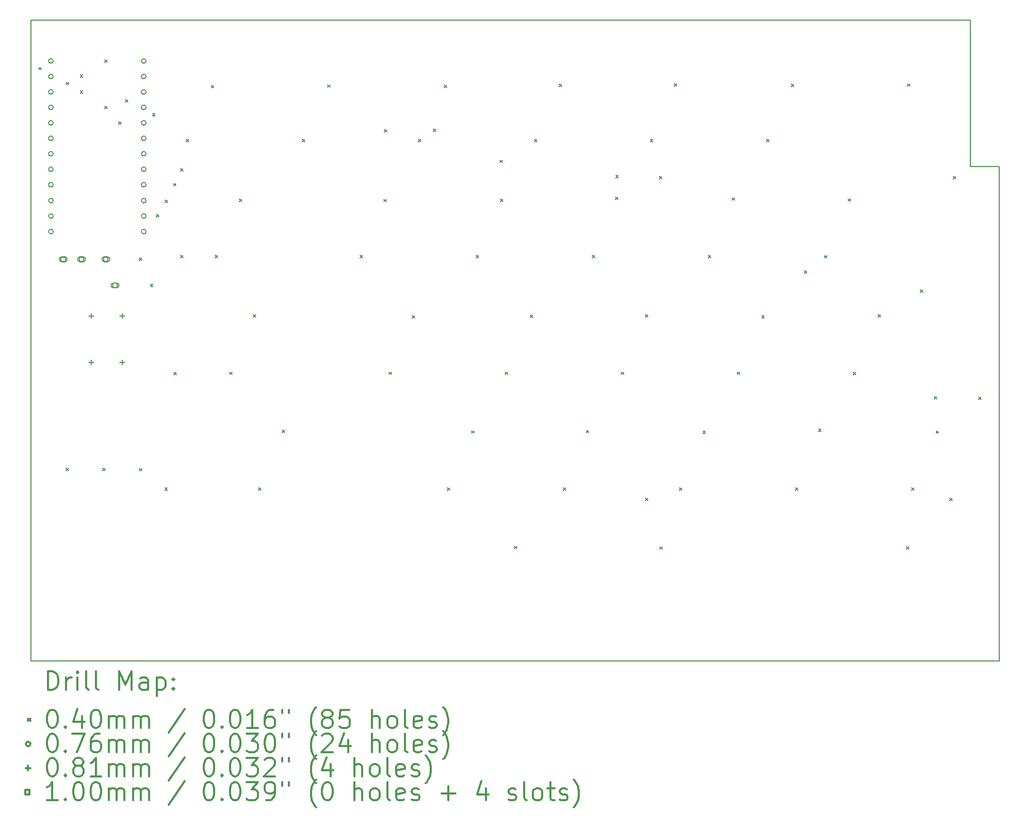
<source format=gbr>
%FSLAX45Y45*%
G04 Gerber Fmt 4.5, Leading zero omitted, Abs format (unit mm)*
G04 Created by KiCad (PCBNEW (5.0.2)-1) date 2019/03/03 0:14:22*
%MOMM*%
%LPD*%
G01*
G04 APERTURE LIST*
%ADD10C,0.150000*%
%ADD11C,0.200000*%
%ADD12C,0.300000*%
G04 APERTURE END LIST*
D10*
X17405000Y-4469000D02*
X17881000Y-4469000D01*
X17405000Y-2059000D02*
X17405000Y-4469000D01*
X1991000Y-12584000D02*
X17881000Y-12584000D01*
X1991000Y-2059000D02*
X17405000Y-2059000D01*
X17881000Y-4469000D02*
X17881000Y-12584000D01*
X1991000Y-2059000D02*
X1991000Y-12584000D01*
D11*
X2120000Y-2838000D02*
X2160000Y-2878000D01*
X2160000Y-2838000D02*
X2120000Y-2878000D01*
X2566000Y-3083000D02*
X2606000Y-3123000D01*
X2606000Y-3083000D02*
X2566000Y-3123000D01*
X2568000Y-9421000D02*
X2608000Y-9461000D01*
X2608000Y-9421000D02*
X2568000Y-9461000D01*
X2801000Y-2962000D02*
X2841000Y-3002000D01*
X2841000Y-2962000D02*
X2801000Y-3002000D01*
X2801000Y-3224000D02*
X2841000Y-3264000D01*
X2841000Y-3224000D02*
X2801000Y-3264000D01*
X3170000Y-9421000D02*
X3210000Y-9461000D01*
X3210000Y-9421000D02*
X3170000Y-9461000D01*
X3201000Y-2714000D02*
X3241000Y-2754000D01*
X3241000Y-2714000D02*
X3201000Y-2754000D01*
X3201000Y-3478000D02*
X3241000Y-3518000D01*
X3241000Y-3478000D02*
X3201000Y-3518000D01*
X3430000Y-3733000D02*
X3470000Y-3773000D01*
X3470000Y-3733000D02*
X3430000Y-3773000D01*
X3540850Y-3364000D02*
X3580850Y-3404000D01*
X3580850Y-3364000D02*
X3540850Y-3404000D01*
X3769000Y-5968000D02*
X3809000Y-6008000D01*
X3809000Y-5968000D02*
X3769000Y-6008000D01*
X3770000Y-9424000D02*
X3810000Y-9464000D01*
X3810000Y-9424000D02*
X3770000Y-9464000D01*
X3953000Y-6398000D02*
X3993000Y-6438000D01*
X3993000Y-6398000D02*
X3953000Y-6438000D01*
X3986000Y-3597000D02*
X4026000Y-3637000D01*
X4026000Y-3597000D02*
X3986000Y-3637000D01*
X4051000Y-5254000D02*
X4091000Y-5294000D01*
X4091000Y-5254000D02*
X4051000Y-5294000D01*
X4190000Y-9742000D02*
X4230000Y-9782000D01*
X4230000Y-9742000D02*
X4190000Y-9782000D01*
X4191000Y-5016000D02*
X4231000Y-5056000D01*
X4231000Y-5016000D02*
X4191000Y-5056000D01*
X4334000Y-4742000D02*
X4374000Y-4782000D01*
X4374000Y-4742000D02*
X4334000Y-4782000D01*
X4336000Y-7845000D02*
X4376000Y-7885000D01*
X4376000Y-7845000D02*
X4336000Y-7885000D01*
X4447000Y-4501000D02*
X4487000Y-4541000D01*
X4487000Y-4501000D02*
X4447000Y-4541000D01*
X4448000Y-5922000D02*
X4488000Y-5962000D01*
X4488000Y-5922000D02*
X4448000Y-5962000D01*
X4538000Y-4021000D02*
X4578000Y-4061000D01*
X4578000Y-4021000D02*
X4538000Y-4061000D01*
X4952000Y-3134000D02*
X4992000Y-3174000D01*
X4992000Y-3134000D02*
X4952000Y-3174000D01*
X5014000Y-5926000D02*
X5054000Y-5966000D01*
X5054000Y-5926000D02*
X5014000Y-5966000D01*
X5253000Y-7841000D02*
X5293000Y-7881000D01*
X5293000Y-7841000D02*
X5253000Y-7881000D01*
X5413000Y-5002000D02*
X5453000Y-5042000D01*
X5453000Y-5002000D02*
X5413000Y-5042000D01*
X5639000Y-6898000D02*
X5679000Y-6938000D01*
X5679000Y-6898000D02*
X5639000Y-6938000D01*
X5728000Y-9742000D02*
X5768000Y-9782000D01*
X5768000Y-9742000D02*
X5728000Y-9782000D01*
X6115000Y-8792000D02*
X6155000Y-8832000D01*
X6155000Y-8792000D02*
X6115000Y-8832000D01*
X6443000Y-4021000D02*
X6483000Y-4061000D01*
X6483000Y-4021000D02*
X6443000Y-4061000D01*
X6863000Y-3126000D02*
X6903000Y-3166000D01*
X6903000Y-3126000D02*
X6863000Y-3166000D01*
X7395000Y-5926000D02*
X7435000Y-5966000D01*
X7435000Y-5926000D02*
X7395000Y-5966000D01*
X7783000Y-5005000D02*
X7823000Y-5045000D01*
X7823000Y-5005000D02*
X7783000Y-5045000D01*
X7789000Y-3855000D02*
X7829000Y-3895000D01*
X7829000Y-3855000D02*
X7789000Y-3895000D01*
X7871000Y-7841000D02*
X7911000Y-7881000D01*
X7911000Y-7841000D02*
X7871000Y-7881000D01*
X8250000Y-6914000D02*
X8290000Y-6954000D01*
X8290000Y-6914000D02*
X8250000Y-6954000D01*
X8348000Y-4021000D02*
X8388000Y-4061000D01*
X8388000Y-4021000D02*
X8348000Y-4061000D01*
X8594000Y-3850000D02*
X8634000Y-3890000D01*
X8634000Y-3850000D02*
X8594000Y-3890000D01*
X8774000Y-3132000D02*
X8814000Y-3172000D01*
X8814000Y-3132000D02*
X8774000Y-3172000D01*
X8823000Y-9742000D02*
X8863000Y-9782000D01*
X8863000Y-9742000D02*
X8823000Y-9782000D01*
X9220000Y-8806000D02*
X9260000Y-8846000D01*
X9260000Y-8806000D02*
X9220000Y-8846000D01*
X9300000Y-5926000D02*
X9340000Y-5966000D01*
X9340000Y-5926000D02*
X9300000Y-5966000D01*
X9690000Y-4362000D02*
X9730000Y-4402000D01*
X9730000Y-4362000D02*
X9690000Y-4402000D01*
X9698000Y-4999000D02*
X9738000Y-5039000D01*
X9738000Y-4999000D02*
X9698000Y-5039000D01*
X9776000Y-7841000D02*
X9816000Y-7881000D01*
X9816000Y-7841000D02*
X9776000Y-7881000D01*
X9926000Y-10702000D02*
X9966000Y-10742000D01*
X9966000Y-10702000D02*
X9926000Y-10742000D01*
X10187000Y-6908000D02*
X10227000Y-6948000D01*
X10227000Y-6908000D02*
X10187000Y-6948000D01*
X10253000Y-4021000D02*
X10293000Y-4061000D01*
X10293000Y-4021000D02*
X10253000Y-4061000D01*
X10661000Y-3113000D02*
X10701000Y-3153000D01*
X10701000Y-3113000D02*
X10661000Y-3153000D01*
X10728000Y-9742000D02*
X10768000Y-9782000D01*
X10768000Y-9742000D02*
X10728000Y-9782000D01*
X11106000Y-8797000D02*
X11146000Y-8837000D01*
X11146000Y-8797000D02*
X11106000Y-8837000D01*
X11205000Y-5926000D02*
X11245000Y-5966000D01*
X11245000Y-5926000D02*
X11205000Y-5966000D01*
X11586000Y-4969000D02*
X11626000Y-5009000D01*
X11626000Y-4969000D02*
X11586000Y-5009000D01*
X11590000Y-4613000D02*
X11630000Y-4653000D01*
X11630000Y-4613000D02*
X11590000Y-4653000D01*
X11681000Y-7841000D02*
X11721000Y-7881000D01*
X11721000Y-7841000D02*
X11681000Y-7881000D01*
X12076000Y-9913000D02*
X12116000Y-9953000D01*
X12116000Y-9913000D02*
X12076000Y-9953000D01*
X12077000Y-6898000D02*
X12117000Y-6938000D01*
X12117000Y-6898000D02*
X12077000Y-6938000D01*
X12157000Y-4021000D02*
X12197000Y-4061000D01*
X12197000Y-4021000D02*
X12157000Y-4061000D01*
X12307000Y-4626000D02*
X12347000Y-4666000D01*
X12347000Y-4626000D02*
X12307000Y-4666000D01*
X12313000Y-10710000D02*
X12353000Y-10750000D01*
X12353000Y-10710000D02*
X12313000Y-10750000D01*
X12551000Y-3103000D02*
X12591000Y-3143000D01*
X12591000Y-3103000D02*
X12551000Y-3143000D01*
X12633000Y-9742000D02*
X12673000Y-9782000D01*
X12673000Y-9742000D02*
X12633000Y-9782000D01*
X13020000Y-8809000D02*
X13060000Y-8849000D01*
X13060000Y-8809000D02*
X13020000Y-8849000D01*
X13110000Y-5926000D02*
X13150000Y-5966000D01*
X13150000Y-5926000D02*
X13110000Y-5966000D01*
X13497000Y-4980000D02*
X13537000Y-5020000D01*
X13537000Y-4980000D02*
X13497000Y-5020000D01*
X13586000Y-7841000D02*
X13626000Y-7881000D01*
X13626000Y-7841000D02*
X13586000Y-7881000D01*
X13985000Y-6911000D02*
X14025000Y-6951000D01*
X14025000Y-6911000D02*
X13985000Y-6951000D01*
X14063000Y-4021000D02*
X14103000Y-4061000D01*
X14103000Y-4021000D02*
X14063000Y-4061000D01*
X14471000Y-3114000D02*
X14511000Y-3154000D01*
X14511000Y-3114000D02*
X14471000Y-3154000D01*
X14538000Y-9742000D02*
X14578000Y-9782000D01*
X14578000Y-9742000D02*
X14538000Y-9782000D01*
X14685700Y-6177000D02*
X14725700Y-6217000D01*
X14725700Y-6177000D02*
X14685700Y-6217000D01*
X14916000Y-8779000D02*
X14956000Y-8819000D01*
X14956000Y-8779000D02*
X14916000Y-8819000D01*
X15015000Y-5927000D02*
X15055000Y-5967000D01*
X15055000Y-5927000D02*
X15015000Y-5967000D01*
X15406000Y-4996000D02*
X15446000Y-5036000D01*
X15446000Y-4996000D02*
X15406000Y-5036000D01*
X15490000Y-7845000D02*
X15530000Y-7885000D01*
X15530000Y-7845000D02*
X15490000Y-7885000D01*
X15894000Y-6899000D02*
X15934000Y-6939000D01*
X15934000Y-6899000D02*
X15894000Y-6939000D01*
X16362000Y-10705000D02*
X16402000Y-10745000D01*
X16402000Y-10705000D02*
X16362000Y-10745000D01*
X16374000Y-3107000D02*
X16414000Y-3147000D01*
X16414000Y-3107000D02*
X16374000Y-3147000D01*
X16444000Y-9742000D02*
X16484000Y-9782000D01*
X16484000Y-9742000D02*
X16444000Y-9782000D01*
X16590000Y-6491000D02*
X16630000Y-6531000D01*
X16630000Y-6491000D02*
X16590000Y-6531000D01*
X16820000Y-8246000D02*
X16860000Y-8286000D01*
X16860000Y-8246000D02*
X16820000Y-8286000D01*
X16848000Y-8806000D02*
X16888000Y-8846000D01*
X16888000Y-8806000D02*
X16848000Y-8846000D01*
X17073000Y-9910000D02*
X17113000Y-9950000D01*
X17113000Y-9910000D02*
X17073000Y-9950000D01*
X17133000Y-4626000D02*
X17173000Y-4666000D01*
X17173000Y-4626000D02*
X17133000Y-4666000D01*
X17544000Y-8254000D02*
X17584000Y-8294000D01*
X17584000Y-8254000D02*
X17544000Y-8294000D01*
X2356100Y-2732000D02*
G75*
G03X2356100Y-2732000I-38100J0D01*
G01*
X2356100Y-2986000D02*
G75*
G03X2356100Y-2986000I-38100J0D01*
G01*
X2356100Y-3240000D02*
G75*
G03X2356100Y-3240000I-38100J0D01*
G01*
X2356100Y-3494000D02*
G75*
G03X2356100Y-3494000I-38100J0D01*
G01*
X2356100Y-3748000D02*
G75*
G03X2356100Y-3748000I-38100J0D01*
G01*
X2356100Y-4002000D02*
G75*
G03X2356100Y-4002000I-38100J0D01*
G01*
X2356100Y-4256000D02*
G75*
G03X2356100Y-4256000I-38100J0D01*
G01*
X2356100Y-4510000D02*
G75*
G03X2356100Y-4510000I-38100J0D01*
G01*
X2356100Y-4764000D02*
G75*
G03X2356100Y-4764000I-38100J0D01*
G01*
X2356100Y-5025000D02*
G75*
G03X2356100Y-5025000I-38100J0D01*
G01*
X2356100Y-5279000D02*
G75*
G03X2356100Y-5279000I-38100J0D01*
G01*
X2356100Y-5533000D02*
G75*
G03X2356100Y-5533000I-38100J0D01*
G01*
X3880100Y-2732000D02*
G75*
G03X3880100Y-2732000I-38100J0D01*
G01*
X3880100Y-2986000D02*
G75*
G03X3880100Y-2986000I-38100J0D01*
G01*
X3880100Y-3240000D02*
G75*
G03X3880100Y-3240000I-38100J0D01*
G01*
X3880100Y-3494000D02*
G75*
G03X3880100Y-3494000I-38100J0D01*
G01*
X3880100Y-3748000D02*
G75*
G03X3880100Y-3748000I-38100J0D01*
G01*
X3880100Y-4002000D02*
G75*
G03X3880100Y-4002000I-38100J0D01*
G01*
X3880100Y-4256000D02*
G75*
G03X3880100Y-4256000I-38100J0D01*
G01*
X3880100Y-4510000D02*
G75*
G03X3880100Y-4510000I-38100J0D01*
G01*
X3880100Y-4764000D02*
G75*
G03X3880100Y-4764000I-38100J0D01*
G01*
X3880100Y-5025000D02*
G75*
G03X3880100Y-5025000I-38100J0D01*
G01*
X3880100Y-5279000D02*
G75*
G03X3880100Y-5279000I-38100J0D01*
G01*
X3880100Y-5533000D02*
G75*
G03X3880100Y-5533000I-38100J0D01*
G01*
X2983000Y-6877360D02*
X2983000Y-6958640D01*
X2942360Y-6918000D02*
X3023640Y-6918000D01*
X2983000Y-7639360D02*
X2983000Y-7720640D01*
X2942360Y-7680000D02*
X3023640Y-7680000D01*
X3491000Y-6877360D02*
X3491000Y-6958640D01*
X3450360Y-6918000D02*
X3531640Y-6918000D01*
X3491000Y-7639360D02*
X3491000Y-7720640D01*
X3450360Y-7680000D02*
X3531640Y-7680000D01*
X2556356Y-6023356D02*
X2556356Y-5952644D01*
X2485644Y-5952644D01*
X2485644Y-6023356D01*
X2556356Y-6023356D01*
X2496000Y-6028000D02*
X2546000Y-6028000D01*
X2496000Y-5948000D02*
X2546000Y-5948000D01*
X2546000Y-6028000D02*
G75*
G03X2546000Y-5948000I0J40000D01*
G01*
X2496000Y-5948000D02*
G75*
G03X2496000Y-6028000I0J-40000D01*
G01*
X2856356Y-6023356D02*
X2856356Y-5952644D01*
X2785644Y-5952644D01*
X2785644Y-6023356D01*
X2856356Y-6023356D01*
X2796000Y-6028000D02*
X2846000Y-6028000D01*
X2796000Y-5948000D02*
X2846000Y-5948000D01*
X2846000Y-6028000D02*
G75*
G03X2846000Y-5948000I0J40000D01*
G01*
X2796000Y-5948000D02*
G75*
G03X2796000Y-6028000I0J-40000D01*
G01*
X3256356Y-6023356D02*
X3256356Y-5952644D01*
X3185644Y-5952644D01*
X3185644Y-6023356D01*
X3256356Y-6023356D01*
X3196000Y-6028000D02*
X3246000Y-6028000D01*
X3196000Y-5948000D02*
X3246000Y-5948000D01*
X3246000Y-6028000D02*
G75*
G03X3246000Y-5948000I0J40000D01*
G01*
X3196000Y-5948000D02*
G75*
G03X3196000Y-6028000I0J-40000D01*
G01*
X3406356Y-6453356D02*
X3406356Y-6382644D01*
X3335644Y-6382644D01*
X3335644Y-6453356D01*
X3406356Y-6453356D01*
X3346000Y-6458000D02*
X3396000Y-6458000D01*
X3346000Y-6378000D02*
X3396000Y-6378000D01*
X3396000Y-6458000D02*
G75*
G03X3396000Y-6378000I0J40000D01*
G01*
X3346000Y-6378000D02*
G75*
G03X3346000Y-6458000I0J-40000D01*
G01*
D12*
X2269928Y-13057214D02*
X2269928Y-12757214D01*
X2341357Y-12757214D01*
X2384214Y-12771500D01*
X2412786Y-12800071D01*
X2427071Y-12828643D01*
X2441357Y-12885786D01*
X2441357Y-12928643D01*
X2427071Y-12985786D01*
X2412786Y-13014357D01*
X2384214Y-13042929D01*
X2341357Y-13057214D01*
X2269928Y-13057214D01*
X2569928Y-13057214D02*
X2569928Y-12857214D01*
X2569928Y-12914357D02*
X2584214Y-12885786D01*
X2598500Y-12871500D01*
X2627071Y-12857214D01*
X2655643Y-12857214D01*
X2755643Y-13057214D02*
X2755643Y-12857214D01*
X2755643Y-12757214D02*
X2741357Y-12771500D01*
X2755643Y-12785786D01*
X2769928Y-12771500D01*
X2755643Y-12757214D01*
X2755643Y-12785786D01*
X2941357Y-13057214D02*
X2912786Y-13042929D01*
X2898500Y-13014357D01*
X2898500Y-12757214D01*
X3098500Y-13057214D02*
X3069928Y-13042929D01*
X3055643Y-13014357D01*
X3055643Y-12757214D01*
X3441357Y-13057214D02*
X3441357Y-12757214D01*
X3541357Y-12971500D01*
X3641357Y-12757214D01*
X3641357Y-13057214D01*
X3912786Y-13057214D02*
X3912786Y-12900071D01*
X3898500Y-12871500D01*
X3869928Y-12857214D01*
X3812786Y-12857214D01*
X3784214Y-12871500D01*
X3912786Y-13042929D02*
X3884214Y-13057214D01*
X3812786Y-13057214D01*
X3784214Y-13042929D01*
X3769928Y-13014357D01*
X3769928Y-12985786D01*
X3784214Y-12957214D01*
X3812786Y-12942929D01*
X3884214Y-12942929D01*
X3912786Y-12928643D01*
X4055643Y-12857214D02*
X4055643Y-13157214D01*
X4055643Y-12871500D02*
X4084214Y-12857214D01*
X4141357Y-12857214D01*
X4169928Y-12871500D01*
X4184214Y-12885786D01*
X4198500Y-12914357D01*
X4198500Y-13000071D01*
X4184214Y-13028643D01*
X4169928Y-13042929D01*
X4141357Y-13057214D01*
X4084214Y-13057214D01*
X4055643Y-13042929D01*
X4327071Y-13028643D02*
X4341357Y-13042929D01*
X4327071Y-13057214D01*
X4312786Y-13042929D01*
X4327071Y-13028643D01*
X4327071Y-13057214D01*
X4327071Y-12871500D02*
X4341357Y-12885786D01*
X4327071Y-12900071D01*
X4312786Y-12885786D01*
X4327071Y-12871500D01*
X4327071Y-12900071D01*
X1943500Y-13531500D02*
X1983500Y-13571500D01*
X1983500Y-13531500D02*
X1943500Y-13571500D01*
X2327071Y-13387214D02*
X2355643Y-13387214D01*
X2384214Y-13401500D01*
X2398500Y-13415786D01*
X2412786Y-13444357D01*
X2427071Y-13501500D01*
X2427071Y-13572929D01*
X2412786Y-13630071D01*
X2398500Y-13658643D01*
X2384214Y-13672929D01*
X2355643Y-13687214D01*
X2327071Y-13687214D01*
X2298500Y-13672929D01*
X2284214Y-13658643D01*
X2269928Y-13630071D01*
X2255643Y-13572929D01*
X2255643Y-13501500D01*
X2269928Y-13444357D01*
X2284214Y-13415786D01*
X2298500Y-13401500D01*
X2327071Y-13387214D01*
X2555643Y-13658643D02*
X2569928Y-13672929D01*
X2555643Y-13687214D01*
X2541357Y-13672929D01*
X2555643Y-13658643D01*
X2555643Y-13687214D01*
X2827071Y-13487214D02*
X2827071Y-13687214D01*
X2755643Y-13372929D02*
X2684214Y-13587214D01*
X2869928Y-13587214D01*
X3041357Y-13387214D02*
X3069928Y-13387214D01*
X3098500Y-13401500D01*
X3112786Y-13415786D01*
X3127071Y-13444357D01*
X3141357Y-13501500D01*
X3141357Y-13572929D01*
X3127071Y-13630071D01*
X3112786Y-13658643D01*
X3098500Y-13672929D01*
X3069928Y-13687214D01*
X3041357Y-13687214D01*
X3012786Y-13672929D01*
X2998500Y-13658643D01*
X2984214Y-13630071D01*
X2969928Y-13572929D01*
X2969928Y-13501500D01*
X2984214Y-13444357D01*
X2998500Y-13415786D01*
X3012786Y-13401500D01*
X3041357Y-13387214D01*
X3269928Y-13687214D02*
X3269928Y-13487214D01*
X3269928Y-13515786D02*
X3284214Y-13501500D01*
X3312786Y-13487214D01*
X3355643Y-13487214D01*
X3384214Y-13501500D01*
X3398500Y-13530071D01*
X3398500Y-13687214D01*
X3398500Y-13530071D02*
X3412786Y-13501500D01*
X3441357Y-13487214D01*
X3484214Y-13487214D01*
X3512786Y-13501500D01*
X3527071Y-13530071D01*
X3527071Y-13687214D01*
X3669928Y-13687214D02*
X3669928Y-13487214D01*
X3669928Y-13515786D02*
X3684214Y-13501500D01*
X3712786Y-13487214D01*
X3755643Y-13487214D01*
X3784214Y-13501500D01*
X3798500Y-13530071D01*
X3798500Y-13687214D01*
X3798500Y-13530071D02*
X3812786Y-13501500D01*
X3841357Y-13487214D01*
X3884214Y-13487214D01*
X3912786Y-13501500D01*
X3927071Y-13530071D01*
X3927071Y-13687214D01*
X4512786Y-13372929D02*
X4255643Y-13758643D01*
X4898500Y-13387214D02*
X4927071Y-13387214D01*
X4955643Y-13401500D01*
X4969928Y-13415786D01*
X4984214Y-13444357D01*
X4998500Y-13501500D01*
X4998500Y-13572929D01*
X4984214Y-13630071D01*
X4969928Y-13658643D01*
X4955643Y-13672929D01*
X4927071Y-13687214D01*
X4898500Y-13687214D01*
X4869928Y-13672929D01*
X4855643Y-13658643D01*
X4841357Y-13630071D01*
X4827071Y-13572929D01*
X4827071Y-13501500D01*
X4841357Y-13444357D01*
X4855643Y-13415786D01*
X4869928Y-13401500D01*
X4898500Y-13387214D01*
X5127071Y-13658643D02*
X5141357Y-13672929D01*
X5127071Y-13687214D01*
X5112786Y-13672929D01*
X5127071Y-13658643D01*
X5127071Y-13687214D01*
X5327071Y-13387214D02*
X5355643Y-13387214D01*
X5384214Y-13401500D01*
X5398500Y-13415786D01*
X5412786Y-13444357D01*
X5427071Y-13501500D01*
X5427071Y-13572929D01*
X5412786Y-13630071D01*
X5398500Y-13658643D01*
X5384214Y-13672929D01*
X5355643Y-13687214D01*
X5327071Y-13687214D01*
X5298500Y-13672929D01*
X5284214Y-13658643D01*
X5269928Y-13630071D01*
X5255643Y-13572929D01*
X5255643Y-13501500D01*
X5269928Y-13444357D01*
X5284214Y-13415786D01*
X5298500Y-13401500D01*
X5327071Y-13387214D01*
X5712786Y-13687214D02*
X5541357Y-13687214D01*
X5627071Y-13687214D02*
X5627071Y-13387214D01*
X5598500Y-13430071D01*
X5569928Y-13458643D01*
X5541357Y-13472929D01*
X5969928Y-13387214D02*
X5912786Y-13387214D01*
X5884214Y-13401500D01*
X5869928Y-13415786D01*
X5841357Y-13458643D01*
X5827071Y-13515786D01*
X5827071Y-13630071D01*
X5841357Y-13658643D01*
X5855643Y-13672929D01*
X5884214Y-13687214D01*
X5941357Y-13687214D01*
X5969928Y-13672929D01*
X5984214Y-13658643D01*
X5998500Y-13630071D01*
X5998500Y-13558643D01*
X5984214Y-13530071D01*
X5969928Y-13515786D01*
X5941357Y-13501500D01*
X5884214Y-13501500D01*
X5855643Y-13515786D01*
X5841357Y-13530071D01*
X5827071Y-13558643D01*
X6112786Y-13387214D02*
X6112786Y-13444357D01*
X6227071Y-13387214D02*
X6227071Y-13444357D01*
X6669928Y-13801500D02*
X6655643Y-13787214D01*
X6627071Y-13744357D01*
X6612786Y-13715786D01*
X6598500Y-13672929D01*
X6584214Y-13601500D01*
X6584214Y-13544357D01*
X6598500Y-13472929D01*
X6612786Y-13430071D01*
X6627071Y-13401500D01*
X6655643Y-13358643D01*
X6669928Y-13344357D01*
X6827071Y-13515786D02*
X6798500Y-13501500D01*
X6784214Y-13487214D01*
X6769928Y-13458643D01*
X6769928Y-13444357D01*
X6784214Y-13415786D01*
X6798500Y-13401500D01*
X6827071Y-13387214D01*
X6884214Y-13387214D01*
X6912786Y-13401500D01*
X6927071Y-13415786D01*
X6941357Y-13444357D01*
X6941357Y-13458643D01*
X6927071Y-13487214D01*
X6912786Y-13501500D01*
X6884214Y-13515786D01*
X6827071Y-13515786D01*
X6798500Y-13530071D01*
X6784214Y-13544357D01*
X6769928Y-13572929D01*
X6769928Y-13630071D01*
X6784214Y-13658643D01*
X6798500Y-13672929D01*
X6827071Y-13687214D01*
X6884214Y-13687214D01*
X6912786Y-13672929D01*
X6927071Y-13658643D01*
X6941357Y-13630071D01*
X6941357Y-13572929D01*
X6927071Y-13544357D01*
X6912786Y-13530071D01*
X6884214Y-13515786D01*
X7212786Y-13387214D02*
X7069928Y-13387214D01*
X7055643Y-13530071D01*
X7069928Y-13515786D01*
X7098500Y-13501500D01*
X7169928Y-13501500D01*
X7198500Y-13515786D01*
X7212786Y-13530071D01*
X7227071Y-13558643D01*
X7227071Y-13630071D01*
X7212786Y-13658643D01*
X7198500Y-13672929D01*
X7169928Y-13687214D01*
X7098500Y-13687214D01*
X7069928Y-13672929D01*
X7055643Y-13658643D01*
X7584214Y-13687214D02*
X7584214Y-13387214D01*
X7712786Y-13687214D02*
X7712786Y-13530071D01*
X7698500Y-13501500D01*
X7669928Y-13487214D01*
X7627071Y-13487214D01*
X7598500Y-13501500D01*
X7584214Y-13515786D01*
X7898500Y-13687214D02*
X7869928Y-13672929D01*
X7855643Y-13658643D01*
X7841357Y-13630071D01*
X7841357Y-13544357D01*
X7855643Y-13515786D01*
X7869928Y-13501500D01*
X7898500Y-13487214D01*
X7941357Y-13487214D01*
X7969928Y-13501500D01*
X7984214Y-13515786D01*
X7998500Y-13544357D01*
X7998500Y-13630071D01*
X7984214Y-13658643D01*
X7969928Y-13672929D01*
X7941357Y-13687214D01*
X7898500Y-13687214D01*
X8169928Y-13687214D02*
X8141357Y-13672929D01*
X8127071Y-13644357D01*
X8127071Y-13387214D01*
X8398500Y-13672929D02*
X8369928Y-13687214D01*
X8312786Y-13687214D01*
X8284214Y-13672929D01*
X8269928Y-13644357D01*
X8269928Y-13530071D01*
X8284214Y-13501500D01*
X8312786Y-13487214D01*
X8369928Y-13487214D01*
X8398500Y-13501500D01*
X8412786Y-13530071D01*
X8412786Y-13558643D01*
X8269928Y-13587214D01*
X8527071Y-13672929D02*
X8555643Y-13687214D01*
X8612786Y-13687214D01*
X8641357Y-13672929D01*
X8655643Y-13644357D01*
X8655643Y-13630071D01*
X8641357Y-13601500D01*
X8612786Y-13587214D01*
X8569928Y-13587214D01*
X8541357Y-13572929D01*
X8527071Y-13544357D01*
X8527071Y-13530071D01*
X8541357Y-13501500D01*
X8569928Y-13487214D01*
X8612786Y-13487214D01*
X8641357Y-13501500D01*
X8755643Y-13801500D02*
X8769928Y-13787214D01*
X8798500Y-13744357D01*
X8812786Y-13715786D01*
X8827071Y-13672929D01*
X8841357Y-13601500D01*
X8841357Y-13544357D01*
X8827071Y-13472929D01*
X8812786Y-13430071D01*
X8798500Y-13401500D01*
X8769928Y-13358643D01*
X8755643Y-13344357D01*
X1983500Y-13947500D02*
G75*
G03X1983500Y-13947500I-38100J0D01*
G01*
X2327071Y-13783214D02*
X2355643Y-13783214D01*
X2384214Y-13797500D01*
X2398500Y-13811786D01*
X2412786Y-13840357D01*
X2427071Y-13897500D01*
X2427071Y-13968929D01*
X2412786Y-14026071D01*
X2398500Y-14054643D01*
X2384214Y-14068929D01*
X2355643Y-14083214D01*
X2327071Y-14083214D01*
X2298500Y-14068929D01*
X2284214Y-14054643D01*
X2269928Y-14026071D01*
X2255643Y-13968929D01*
X2255643Y-13897500D01*
X2269928Y-13840357D01*
X2284214Y-13811786D01*
X2298500Y-13797500D01*
X2327071Y-13783214D01*
X2555643Y-14054643D02*
X2569928Y-14068929D01*
X2555643Y-14083214D01*
X2541357Y-14068929D01*
X2555643Y-14054643D01*
X2555643Y-14083214D01*
X2669928Y-13783214D02*
X2869928Y-13783214D01*
X2741357Y-14083214D01*
X3112786Y-13783214D02*
X3055643Y-13783214D01*
X3027071Y-13797500D01*
X3012786Y-13811786D01*
X2984214Y-13854643D01*
X2969928Y-13911786D01*
X2969928Y-14026071D01*
X2984214Y-14054643D01*
X2998500Y-14068929D01*
X3027071Y-14083214D01*
X3084214Y-14083214D01*
X3112786Y-14068929D01*
X3127071Y-14054643D01*
X3141357Y-14026071D01*
X3141357Y-13954643D01*
X3127071Y-13926071D01*
X3112786Y-13911786D01*
X3084214Y-13897500D01*
X3027071Y-13897500D01*
X2998500Y-13911786D01*
X2984214Y-13926071D01*
X2969928Y-13954643D01*
X3269928Y-14083214D02*
X3269928Y-13883214D01*
X3269928Y-13911786D02*
X3284214Y-13897500D01*
X3312786Y-13883214D01*
X3355643Y-13883214D01*
X3384214Y-13897500D01*
X3398500Y-13926071D01*
X3398500Y-14083214D01*
X3398500Y-13926071D02*
X3412786Y-13897500D01*
X3441357Y-13883214D01*
X3484214Y-13883214D01*
X3512786Y-13897500D01*
X3527071Y-13926071D01*
X3527071Y-14083214D01*
X3669928Y-14083214D02*
X3669928Y-13883214D01*
X3669928Y-13911786D02*
X3684214Y-13897500D01*
X3712786Y-13883214D01*
X3755643Y-13883214D01*
X3784214Y-13897500D01*
X3798500Y-13926071D01*
X3798500Y-14083214D01*
X3798500Y-13926071D02*
X3812786Y-13897500D01*
X3841357Y-13883214D01*
X3884214Y-13883214D01*
X3912786Y-13897500D01*
X3927071Y-13926071D01*
X3927071Y-14083214D01*
X4512786Y-13768929D02*
X4255643Y-14154643D01*
X4898500Y-13783214D02*
X4927071Y-13783214D01*
X4955643Y-13797500D01*
X4969928Y-13811786D01*
X4984214Y-13840357D01*
X4998500Y-13897500D01*
X4998500Y-13968929D01*
X4984214Y-14026071D01*
X4969928Y-14054643D01*
X4955643Y-14068929D01*
X4927071Y-14083214D01*
X4898500Y-14083214D01*
X4869928Y-14068929D01*
X4855643Y-14054643D01*
X4841357Y-14026071D01*
X4827071Y-13968929D01*
X4827071Y-13897500D01*
X4841357Y-13840357D01*
X4855643Y-13811786D01*
X4869928Y-13797500D01*
X4898500Y-13783214D01*
X5127071Y-14054643D02*
X5141357Y-14068929D01*
X5127071Y-14083214D01*
X5112786Y-14068929D01*
X5127071Y-14054643D01*
X5127071Y-14083214D01*
X5327071Y-13783214D02*
X5355643Y-13783214D01*
X5384214Y-13797500D01*
X5398500Y-13811786D01*
X5412786Y-13840357D01*
X5427071Y-13897500D01*
X5427071Y-13968929D01*
X5412786Y-14026071D01*
X5398500Y-14054643D01*
X5384214Y-14068929D01*
X5355643Y-14083214D01*
X5327071Y-14083214D01*
X5298500Y-14068929D01*
X5284214Y-14054643D01*
X5269928Y-14026071D01*
X5255643Y-13968929D01*
X5255643Y-13897500D01*
X5269928Y-13840357D01*
X5284214Y-13811786D01*
X5298500Y-13797500D01*
X5327071Y-13783214D01*
X5527071Y-13783214D02*
X5712786Y-13783214D01*
X5612786Y-13897500D01*
X5655643Y-13897500D01*
X5684214Y-13911786D01*
X5698500Y-13926071D01*
X5712786Y-13954643D01*
X5712786Y-14026071D01*
X5698500Y-14054643D01*
X5684214Y-14068929D01*
X5655643Y-14083214D01*
X5569928Y-14083214D01*
X5541357Y-14068929D01*
X5527071Y-14054643D01*
X5898500Y-13783214D02*
X5927071Y-13783214D01*
X5955643Y-13797500D01*
X5969928Y-13811786D01*
X5984214Y-13840357D01*
X5998500Y-13897500D01*
X5998500Y-13968929D01*
X5984214Y-14026071D01*
X5969928Y-14054643D01*
X5955643Y-14068929D01*
X5927071Y-14083214D01*
X5898500Y-14083214D01*
X5869928Y-14068929D01*
X5855643Y-14054643D01*
X5841357Y-14026071D01*
X5827071Y-13968929D01*
X5827071Y-13897500D01*
X5841357Y-13840357D01*
X5855643Y-13811786D01*
X5869928Y-13797500D01*
X5898500Y-13783214D01*
X6112786Y-13783214D02*
X6112786Y-13840357D01*
X6227071Y-13783214D02*
X6227071Y-13840357D01*
X6669928Y-14197500D02*
X6655643Y-14183214D01*
X6627071Y-14140357D01*
X6612786Y-14111786D01*
X6598500Y-14068929D01*
X6584214Y-13997500D01*
X6584214Y-13940357D01*
X6598500Y-13868929D01*
X6612786Y-13826071D01*
X6627071Y-13797500D01*
X6655643Y-13754643D01*
X6669928Y-13740357D01*
X6769928Y-13811786D02*
X6784214Y-13797500D01*
X6812786Y-13783214D01*
X6884214Y-13783214D01*
X6912786Y-13797500D01*
X6927071Y-13811786D01*
X6941357Y-13840357D01*
X6941357Y-13868929D01*
X6927071Y-13911786D01*
X6755643Y-14083214D01*
X6941357Y-14083214D01*
X7198500Y-13883214D02*
X7198500Y-14083214D01*
X7127071Y-13768929D02*
X7055643Y-13983214D01*
X7241357Y-13983214D01*
X7584214Y-14083214D02*
X7584214Y-13783214D01*
X7712786Y-14083214D02*
X7712786Y-13926071D01*
X7698500Y-13897500D01*
X7669928Y-13883214D01*
X7627071Y-13883214D01*
X7598500Y-13897500D01*
X7584214Y-13911786D01*
X7898500Y-14083214D02*
X7869928Y-14068929D01*
X7855643Y-14054643D01*
X7841357Y-14026071D01*
X7841357Y-13940357D01*
X7855643Y-13911786D01*
X7869928Y-13897500D01*
X7898500Y-13883214D01*
X7941357Y-13883214D01*
X7969928Y-13897500D01*
X7984214Y-13911786D01*
X7998500Y-13940357D01*
X7998500Y-14026071D01*
X7984214Y-14054643D01*
X7969928Y-14068929D01*
X7941357Y-14083214D01*
X7898500Y-14083214D01*
X8169928Y-14083214D02*
X8141357Y-14068929D01*
X8127071Y-14040357D01*
X8127071Y-13783214D01*
X8398500Y-14068929D02*
X8369928Y-14083214D01*
X8312786Y-14083214D01*
X8284214Y-14068929D01*
X8269928Y-14040357D01*
X8269928Y-13926071D01*
X8284214Y-13897500D01*
X8312786Y-13883214D01*
X8369928Y-13883214D01*
X8398500Y-13897500D01*
X8412786Y-13926071D01*
X8412786Y-13954643D01*
X8269928Y-13983214D01*
X8527071Y-14068929D02*
X8555643Y-14083214D01*
X8612786Y-14083214D01*
X8641357Y-14068929D01*
X8655643Y-14040357D01*
X8655643Y-14026071D01*
X8641357Y-13997500D01*
X8612786Y-13983214D01*
X8569928Y-13983214D01*
X8541357Y-13968929D01*
X8527071Y-13940357D01*
X8527071Y-13926071D01*
X8541357Y-13897500D01*
X8569928Y-13883214D01*
X8612786Y-13883214D01*
X8641357Y-13897500D01*
X8755643Y-14197500D02*
X8769928Y-14183214D01*
X8798500Y-14140357D01*
X8812786Y-14111786D01*
X8827071Y-14068929D01*
X8841357Y-13997500D01*
X8841357Y-13940357D01*
X8827071Y-13868929D01*
X8812786Y-13826071D01*
X8798500Y-13797500D01*
X8769928Y-13754643D01*
X8755643Y-13740357D01*
X1942860Y-14302860D02*
X1942860Y-14384140D01*
X1902220Y-14343500D02*
X1983500Y-14343500D01*
X2327071Y-14179214D02*
X2355643Y-14179214D01*
X2384214Y-14193500D01*
X2398500Y-14207786D01*
X2412786Y-14236357D01*
X2427071Y-14293500D01*
X2427071Y-14364929D01*
X2412786Y-14422071D01*
X2398500Y-14450643D01*
X2384214Y-14464929D01*
X2355643Y-14479214D01*
X2327071Y-14479214D01*
X2298500Y-14464929D01*
X2284214Y-14450643D01*
X2269928Y-14422071D01*
X2255643Y-14364929D01*
X2255643Y-14293500D01*
X2269928Y-14236357D01*
X2284214Y-14207786D01*
X2298500Y-14193500D01*
X2327071Y-14179214D01*
X2555643Y-14450643D02*
X2569928Y-14464929D01*
X2555643Y-14479214D01*
X2541357Y-14464929D01*
X2555643Y-14450643D01*
X2555643Y-14479214D01*
X2741357Y-14307786D02*
X2712786Y-14293500D01*
X2698500Y-14279214D01*
X2684214Y-14250643D01*
X2684214Y-14236357D01*
X2698500Y-14207786D01*
X2712786Y-14193500D01*
X2741357Y-14179214D01*
X2798500Y-14179214D01*
X2827071Y-14193500D01*
X2841357Y-14207786D01*
X2855643Y-14236357D01*
X2855643Y-14250643D01*
X2841357Y-14279214D01*
X2827071Y-14293500D01*
X2798500Y-14307786D01*
X2741357Y-14307786D01*
X2712786Y-14322071D01*
X2698500Y-14336357D01*
X2684214Y-14364929D01*
X2684214Y-14422071D01*
X2698500Y-14450643D01*
X2712786Y-14464929D01*
X2741357Y-14479214D01*
X2798500Y-14479214D01*
X2827071Y-14464929D01*
X2841357Y-14450643D01*
X2855643Y-14422071D01*
X2855643Y-14364929D01*
X2841357Y-14336357D01*
X2827071Y-14322071D01*
X2798500Y-14307786D01*
X3141357Y-14479214D02*
X2969928Y-14479214D01*
X3055643Y-14479214D02*
X3055643Y-14179214D01*
X3027071Y-14222071D01*
X2998500Y-14250643D01*
X2969928Y-14264929D01*
X3269928Y-14479214D02*
X3269928Y-14279214D01*
X3269928Y-14307786D02*
X3284214Y-14293500D01*
X3312786Y-14279214D01*
X3355643Y-14279214D01*
X3384214Y-14293500D01*
X3398500Y-14322071D01*
X3398500Y-14479214D01*
X3398500Y-14322071D02*
X3412786Y-14293500D01*
X3441357Y-14279214D01*
X3484214Y-14279214D01*
X3512786Y-14293500D01*
X3527071Y-14322071D01*
X3527071Y-14479214D01*
X3669928Y-14479214D02*
X3669928Y-14279214D01*
X3669928Y-14307786D02*
X3684214Y-14293500D01*
X3712786Y-14279214D01*
X3755643Y-14279214D01*
X3784214Y-14293500D01*
X3798500Y-14322071D01*
X3798500Y-14479214D01*
X3798500Y-14322071D02*
X3812786Y-14293500D01*
X3841357Y-14279214D01*
X3884214Y-14279214D01*
X3912786Y-14293500D01*
X3927071Y-14322071D01*
X3927071Y-14479214D01*
X4512786Y-14164929D02*
X4255643Y-14550643D01*
X4898500Y-14179214D02*
X4927071Y-14179214D01*
X4955643Y-14193500D01*
X4969928Y-14207786D01*
X4984214Y-14236357D01*
X4998500Y-14293500D01*
X4998500Y-14364929D01*
X4984214Y-14422071D01*
X4969928Y-14450643D01*
X4955643Y-14464929D01*
X4927071Y-14479214D01*
X4898500Y-14479214D01*
X4869928Y-14464929D01*
X4855643Y-14450643D01*
X4841357Y-14422071D01*
X4827071Y-14364929D01*
X4827071Y-14293500D01*
X4841357Y-14236357D01*
X4855643Y-14207786D01*
X4869928Y-14193500D01*
X4898500Y-14179214D01*
X5127071Y-14450643D02*
X5141357Y-14464929D01*
X5127071Y-14479214D01*
X5112786Y-14464929D01*
X5127071Y-14450643D01*
X5127071Y-14479214D01*
X5327071Y-14179214D02*
X5355643Y-14179214D01*
X5384214Y-14193500D01*
X5398500Y-14207786D01*
X5412786Y-14236357D01*
X5427071Y-14293500D01*
X5427071Y-14364929D01*
X5412786Y-14422071D01*
X5398500Y-14450643D01*
X5384214Y-14464929D01*
X5355643Y-14479214D01*
X5327071Y-14479214D01*
X5298500Y-14464929D01*
X5284214Y-14450643D01*
X5269928Y-14422071D01*
X5255643Y-14364929D01*
X5255643Y-14293500D01*
X5269928Y-14236357D01*
X5284214Y-14207786D01*
X5298500Y-14193500D01*
X5327071Y-14179214D01*
X5527071Y-14179214D02*
X5712786Y-14179214D01*
X5612786Y-14293500D01*
X5655643Y-14293500D01*
X5684214Y-14307786D01*
X5698500Y-14322071D01*
X5712786Y-14350643D01*
X5712786Y-14422071D01*
X5698500Y-14450643D01*
X5684214Y-14464929D01*
X5655643Y-14479214D01*
X5569928Y-14479214D01*
X5541357Y-14464929D01*
X5527071Y-14450643D01*
X5827071Y-14207786D02*
X5841357Y-14193500D01*
X5869928Y-14179214D01*
X5941357Y-14179214D01*
X5969928Y-14193500D01*
X5984214Y-14207786D01*
X5998500Y-14236357D01*
X5998500Y-14264929D01*
X5984214Y-14307786D01*
X5812786Y-14479214D01*
X5998500Y-14479214D01*
X6112786Y-14179214D02*
X6112786Y-14236357D01*
X6227071Y-14179214D02*
X6227071Y-14236357D01*
X6669928Y-14593500D02*
X6655643Y-14579214D01*
X6627071Y-14536357D01*
X6612786Y-14507786D01*
X6598500Y-14464929D01*
X6584214Y-14393500D01*
X6584214Y-14336357D01*
X6598500Y-14264929D01*
X6612786Y-14222071D01*
X6627071Y-14193500D01*
X6655643Y-14150643D01*
X6669928Y-14136357D01*
X6912786Y-14279214D02*
X6912786Y-14479214D01*
X6841357Y-14164929D02*
X6769928Y-14379214D01*
X6955643Y-14379214D01*
X7298500Y-14479214D02*
X7298500Y-14179214D01*
X7427071Y-14479214D02*
X7427071Y-14322071D01*
X7412786Y-14293500D01*
X7384214Y-14279214D01*
X7341357Y-14279214D01*
X7312786Y-14293500D01*
X7298500Y-14307786D01*
X7612786Y-14479214D02*
X7584214Y-14464929D01*
X7569928Y-14450643D01*
X7555643Y-14422071D01*
X7555643Y-14336357D01*
X7569928Y-14307786D01*
X7584214Y-14293500D01*
X7612786Y-14279214D01*
X7655643Y-14279214D01*
X7684214Y-14293500D01*
X7698500Y-14307786D01*
X7712786Y-14336357D01*
X7712786Y-14422071D01*
X7698500Y-14450643D01*
X7684214Y-14464929D01*
X7655643Y-14479214D01*
X7612786Y-14479214D01*
X7884214Y-14479214D02*
X7855643Y-14464929D01*
X7841357Y-14436357D01*
X7841357Y-14179214D01*
X8112786Y-14464929D02*
X8084214Y-14479214D01*
X8027071Y-14479214D01*
X7998500Y-14464929D01*
X7984214Y-14436357D01*
X7984214Y-14322071D01*
X7998500Y-14293500D01*
X8027071Y-14279214D01*
X8084214Y-14279214D01*
X8112786Y-14293500D01*
X8127071Y-14322071D01*
X8127071Y-14350643D01*
X7984214Y-14379214D01*
X8241357Y-14464929D02*
X8269928Y-14479214D01*
X8327071Y-14479214D01*
X8355643Y-14464929D01*
X8369928Y-14436357D01*
X8369928Y-14422071D01*
X8355643Y-14393500D01*
X8327071Y-14379214D01*
X8284214Y-14379214D01*
X8255643Y-14364929D01*
X8241357Y-14336357D01*
X8241357Y-14322071D01*
X8255643Y-14293500D01*
X8284214Y-14279214D01*
X8327071Y-14279214D01*
X8355643Y-14293500D01*
X8469928Y-14593500D02*
X8484214Y-14579214D01*
X8512786Y-14536357D01*
X8527071Y-14507786D01*
X8541357Y-14464929D01*
X8555643Y-14393500D01*
X8555643Y-14336357D01*
X8541357Y-14264929D01*
X8527071Y-14222071D01*
X8512786Y-14193500D01*
X8484214Y-14150643D01*
X8469928Y-14136357D01*
X1968856Y-14774856D02*
X1968856Y-14704144D01*
X1898144Y-14704144D01*
X1898144Y-14774856D01*
X1968856Y-14774856D01*
X2427071Y-14875214D02*
X2255643Y-14875214D01*
X2341357Y-14875214D02*
X2341357Y-14575214D01*
X2312786Y-14618071D01*
X2284214Y-14646643D01*
X2255643Y-14660929D01*
X2555643Y-14846643D02*
X2569928Y-14860929D01*
X2555643Y-14875214D01*
X2541357Y-14860929D01*
X2555643Y-14846643D01*
X2555643Y-14875214D01*
X2755643Y-14575214D02*
X2784214Y-14575214D01*
X2812786Y-14589500D01*
X2827071Y-14603786D01*
X2841357Y-14632357D01*
X2855643Y-14689500D01*
X2855643Y-14760929D01*
X2841357Y-14818071D01*
X2827071Y-14846643D01*
X2812786Y-14860929D01*
X2784214Y-14875214D01*
X2755643Y-14875214D01*
X2727071Y-14860929D01*
X2712786Y-14846643D01*
X2698500Y-14818071D01*
X2684214Y-14760929D01*
X2684214Y-14689500D01*
X2698500Y-14632357D01*
X2712786Y-14603786D01*
X2727071Y-14589500D01*
X2755643Y-14575214D01*
X3041357Y-14575214D02*
X3069928Y-14575214D01*
X3098500Y-14589500D01*
X3112786Y-14603786D01*
X3127071Y-14632357D01*
X3141357Y-14689500D01*
X3141357Y-14760929D01*
X3127071Y-14818071D01*
X3112786Y-14846643D01*
X3098500Y-14860929D01*
X3069928Y-14875214D01*
X3041357Y-14875214D01*
X3012786Y-14860929D01*
X2998500Y-14846643D01*
X2984214Y-14818071D01*
X2969928Y-14760929D01*
X2969928Y-14689500D01*
X2984214Y-14632357D01*
X2998500Y-14603786D01*
X3012786Y-14589500D01*
X3041357Y-14575214D01*
X3269928Y-14875214D02*
X3269928Y-14675214D01*
X3269928Y-14703786D02*
X3284214Y-14689500D01*
X3312786Y-14675214D01*
X3355643Y-14675214D01*
X3384214Y-14689500D01*
X3398500Y-14718071D01*
X3398500Y-14875214D01*
X3398500Y-14718071D02*
X3412786Y-14689500D01*
X3441357Y-14675214D01*
X3484214Y-14675214D01*
X3512786Y-14689500D01*
X3527071Y-14718071D01*
X3527071Y-14875214D01*
X3669928Y-14875214D02*
X3669928Y-14675214D01*
X3669928Y-14703786D02*
X3684214Y-14689500D01*
X3712786Y-14675214D01*
X3755643Y-14675214D01*
X3784214Y-14689500D01*
X3798500Y-14718071D01*
X3798500Y-14875214D01*
X3798500Y-14718071D02*
X3812786Y-14689500D01*
X3841357Y-14675214D01*
X3884214Y-14675214D01*
X3912786Y-14689500D01*
X3927071Y-14718071D01*
X3927071Y-14875214D01*
X4512786Y-14560929D02*
X4255643Y-14946643D01*
X4898500Y-14575214D02*
X4927071Y-14575214D01*
X4955643Y-14589500D01*
X4969928Y-14603786D01*
X4984214Y-14632357D01*
X4998500Y-14689500D01*
X4998500Y-14760929D01*
X4984214Y-14818071D01*
X4969928Y-14846643D01*
X4955643Y-14860929D01*
X4927071Y-14875214D01*
X4898500Y-14875214D01*
X4869928Y-14860929D01*
X4855643Y-14846643D01*
X4841357Y-14818071D01*
X4827071Y-14760929D01*
X4827071Y-14689500D01*
X4841357Y-14632357D01*
X4855643Y-14603786D01*
X4869928Y-14589500D01*
X4898500Y-14575214D01*
X5127071Y-14846643D02*
X5141357Y-14860929D01*
X5127071Y-14875214D01*
X5112786Y-14860929D01*
X5127071Y-14846643D01*
X5127071Y-14875214D01*
X5327071Y-14575214D02*
X5355643Y-14575214D01*
X5384214Y-14589500D01*
X5398500Y-14603786D01*
X5412786Y-14632357D01*
X5427071Y-14689500D01*
X5427071Y-14760929D01*
X5412786Y-14818071D01*
X5398500Y-14846643D01*
X5384214Y-14860929D01*
X5355643Y-14875214D01*
X5327071Y-14875214D01*
X5298500Y-14860929D01*
X5284214Y-14846643D01*
X5269928Y-14818071D01*
X5255643Y-14760929D01*
X5255643Y-14689500D01*
X5269928Y-14632357D01*
X5284214Y-14603786D01*
X5298500Y-14589500D01*
X5327071Y-14575214D01*
X5527071Y-14575214D02*
X5712786Y-14575214D01*
X5612786Y-14689500D01*
X5655643Y-14689500D01*
X5684214Y-14703786D01*
X5698500Y-14718071D01*
X5712786Y-14746643D01*
X5712786Y-14818071D01*
X5698500Y-14846643D01*
X5684214Y-14860929D01*
X5655643Y-14875214D01*
X5569928Y-14875214D01*
X5541357Y-14860929D01*
X5527071Y-14846643D01*
X5855643Y-14875214D02*
X5912786Y-14875214D01*
X5941357Y-14860929D01*
X5955643Y-14846643D01*
X5984214Y-14803786D01*
X5998500Y-14746643D01*
X5998500Y-14632357D01*
X5984214Y-14603786D01*
X5969928Y-14589500D01*
X5941357Y-14575214D01*
X5884214Y-14575214D01*
X5855643Y-14589500D01*
X5841357Y-14603786D01*
X5827071Y-14632357D01*
X5827071Y-14703786D01*
X5841357Y-14732357D01*
X5855643Y-14746643D01*
X5884214Y-14760929D01*
X5941357Y-14760929D01*
X5969928Y-14746643D01*
X5984214Y-14732357D01*
X5998500Y-14703786D01*
X6112786Y-14575214D02*
X6112786Y-14632357D01*
X6227071Y-14575214D02*
X6227071Y-14632357D01*
X6669928Y-14989500D02*
X6655643Y-14975214D01*
X6627071Y-14932357D01*
X6612786Y-14903786D01*
X6598500Y-14860929D01*
X6584214Y-14789500D01*
X6584214Y-14732357D01*
X6598500Y-14660929D01*
X6612786Y-14618071D01*
X6627071Y-14589500D01*
X6655643Y-14546643D01*
X6669928Y-14532357D01*
X6841357Y-14575214D02*
X6869928Y-14575214D01*
X6898500Y-14589500D01*
X6912786Y-14603786D01*
X6927071Y-14632357D01*
X6941357Y-14689500D01*
X6941357Y-14760929D01*
X6927071Y-14818071D01*
X6912786Y-14846643D01*
X6898500Y-14860929D01*
X6869928Y-14875214D01*
X6841357Y-14875214D01*
X6812786Y-14860929D01*
X6798500Y-14846643D01*
X6784214Y-14818071D01*
X6769928Y-14760929D01*
X6769928Y-14689500D01*
X6784214Y-14632357D01*
X6798500Y-14603786D01*
X6812786Y-14589500D01*
X6841357Y-14575214D01*
X7298500Y-14875214D02*
X7298500Y-14575214D01*
X7427071Y-14875214D02*
X7427071Y-14718071D01*
X7412786Y-14689500D01*
X7384214Y-14675214D01*
X7341357Y-14675214D01*
X7312786Y-14689500D01*
X7298500Y-14703786D01*
X7612786Y-14875214D02*
X7584214Y-14860929D01*
X7569928Y-14846643D01*
X7555643Y-14818071D01*
X7555643Y-14732357D01*
X7569928Y-14703786D01*
X7584214Y-14689500D01*
X7612786Y-14675214D01*
X7655643Y-14675214D01*
X7684214Y-14689500D01*
X7698500Y-14703786D01*
X7712786Y-14732357D01*
X7712786Y-14818071D01*
X7698500Y-14846643D01*
X7684214Y-14860929D01*
X7655643Y-14875214D01*
X7612786Y-14875214D01*
X7884214Y-14875214D02*
X7855643Y-14860929D01*
X7841357Y-14832357D01*
X7841357Y-14575214D01*
X8112786Y-14860929D02*
X8084214Y-14875214D01*
X8027071Y-14875214D01*
X7998500Y-14860929D01*
X7984214Y-14832357D01*
X7984214Y-14718071D01*
X7998500Y-14689500D01*
X8027071Y-14675214D01*
X8084214Y-14675214D01*
X8112786Y-14689500D01*
X8127071Y-14718071D01*
X8127071Y-14746643D01*
X7984214Y-14775214D01*
X8241357Y-14860929D02*
X8269928Y-14875214D01*
X8327071Y-14875214D01*
X8355643Y-14860929D01*
X8369928Y-14832357D01*
X8369928Y-14818071D01*
X8355643Y-14789500D01*
X8327071Y-14775214D01*
X8284214Y-14775214D01*
X8255643Y-14760929D01*
X8241357Y-14732357D01*
X8241357Y-14718071D01*
X8255643Y-14689500D01*
X8284214Y-14675214D01*
X8327071Y-14675214D01*
X8355643Y-14689500D01*
X8727071Y-14760929D02*
X8955643Y-14760929D01*
X8841357Y-14875214D02*
X8841357Y-14646643D01*
X9455643Y-14675214D02*
X9455643Y-14875214D01*
X9384214Y-14560929D02*
X9312786Y-14775214D01*
X9498500Y-14775214D01*
X9827071Y-14860929D02*
X9855643Y-14875214D01*
X9912786Y-14875214D01*
X9941357Y-14860929D01*
X9955643Y-14832357D01*
X9955643Y-14818071D01*
X9941357Y-14789500D01*
X9912786Y-14775214D01*
X9869928Y-14775214D01*
X9841357Y-14760929D01*
X9827071Y-14732357D01*
X9827071Y-14718071D01*
X9841357Y-14689500D01*
X9869928Y-14675214D01*
X9912786Y-14675214D01*
X9941357Y-14689500D01*
X10127071Y-14875214D02*
X10098500Y-14860929D01*
X10084214Y-14832357D01*
X10084214Y-14575214D01*
X10284214Y-14875214D02*
X10255643Y-14860929D01*
X10241357Y-14846643D01*
X10227071Y-14818071D01*
X10227071Y-14732357D01*
X10241357Y-14703786D01*
X10255643Y-14689500D01*
X10284214Y-14675214D01*
X10327071Y-14675214D01*
X10355643Y-14689500D01*
X10369928Y-14703786D01*
X10384214Y-14732357D01*
X10384214Y-14818071D01*
X10369928Y-14846643D01*
X10355643Y-14860929D01*
X10327071Y-14875214D01*
X10284214Y-14875214D01*
X10469928Y-14675214D02*
X10584214Y-14675214D01*
X10512786Y-14575214D02*
X10512786Y-14832357D01*
X10527071Y-14860929D01*
X10555643Y-14875214D01*
X10584214Y-14875214D01*
X10669928Y-14860929D02*
X10698500Y-14875214D01*
X10755643Y-14875214D01*
X10784214Y-14860929D01*
X10798500Y-14832357D01*
X10798500Y-14818071D01*
X10784214Y-14789500D01*
X10755643Y-14775214D01*
X10712786Y-14775214D01*
X10684214Y-14760929D01*
X10669928Y-14732357D01*
X10669928Y-14718071D01*
X10684214Y-14689500D01*
X10712786Y-14675214D01*
X10755643Y-14675214D01*
X10784214Y-14689500D01*
X10898500Y-14989500D02*
X10912786Y-14975214D01*
X10941357Y-14932357D01*
X10955643Y-14903786D01*
X10969928Y-14860929D01*
X10984214Y-14789500D01*
X10984214Y-14732357D01*
X10969928Y-14660929D01*
X10955643Y-14618071D01*
X10941357Y-14589500D01*
X10912786Y-14546643D01*
X10898500Y-14532357D01*
M02*

</source>
